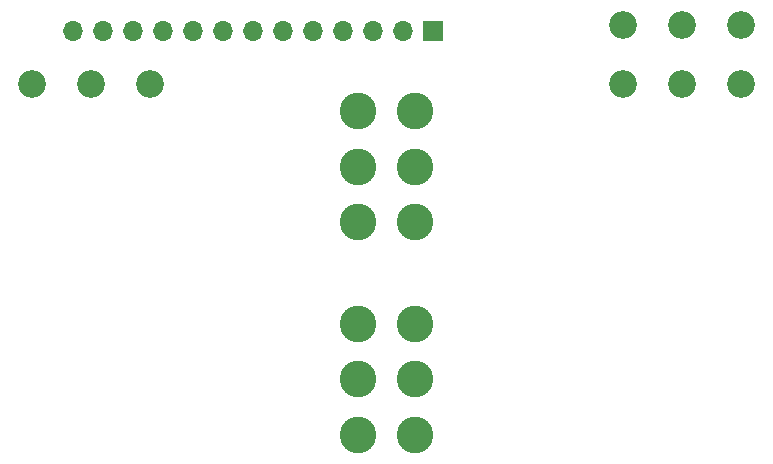
<source format=gbs>
G04 #@! TF.GenerationSoftware,KiCad,Pcbnew,6.0.7-f9a2dced07~116~ubuntu22.04.1*
G04 #@! TF.CreationDate,2022-09-02T23:43:53-04:00*
G04 #@! TF.ProjectId,voltproc_b2,766f6c74-7072-46f6-935f-62322e6b6963,rev?*
G04 #@! TF.SameCoordinates,Original*
G04 #@! TF.FileFunction,Soldermask,Bot*
G04 #@! TF.FilePolarity,Negative*
%FSLAX46Y46*%
G04 Gerber Fmt 4.6, Leading zero omitted, Abs format (unit mm)*
G04 Created by KiCad (PCBNEW 6.0.7-f9a2dced07~116~ubuntu22.04.1) date 2022-09-02 23:43:53*
%MOMM*%
%LPD*%
G01*
G04 APERTURE LIST*
%ADD10C,3.100000*%
%ADD11C,2.340000*%
%ADD12R,1.700000X1.700000*%
%ADD13O,1.700000X1.700000*%
G04 APERTURE END LIST*
D10*
G04 #@! TO.C,SW1*
X52915000Y-34200000D03*
X52915000Y-29500000D03*
X52915000Y-24800000D03*
X48085000Y-34200000D03*
X48085000Y-29500000D03*
X48085000Y-24800000D03*
G04 #@! TD*
D11*
G04 #@! TO.C,RV3*
X30500000Y-22500000D03*
X25500000Y-22500000D03*
X20500000Y-22500000D03*
G04 #@! TD*
D10*
G04 #@! TO.C,SW2*
X48085000Y-42800000D03*
X48085000Y-47500000D03*
X48085000Y-52200000D03*
X52915000Y-42800000D03*
X52915000Y-47500000D03*
X52915000Y-52200000D03*
G04 #@! TD*
D11*
G04 #@! TO.C,RV4*
X80500000Y-17500000D03*
X75500000Y-17500000D03*
X70500000Y-17500000D03*
X80500000Y-22500000D03*
X75500000Y-22500000D03*
X70500000Y-22500000D03*
G04 #@! TD*
D12*
G04 #@! TO.C,J7*
X54400000Y-18000000D03*
D13*
X51860000Y-18000000D03*
X49320000Y-18000000D03*
X46780000Y-18000000D03*
X44240000Y-18000000D03*
X41700000Y-18000000D03*
X39160000Y-18000000D03*
X36620000Y-18000000D03*
X34080000Y-18000000D03*
X31540000Y-18000000D03*
X29000000Y-18000000D03*
X26460000Y-18000000D03*
X23920000Y-18000000D03*
G04 #@! TD*
M02*

</source>
